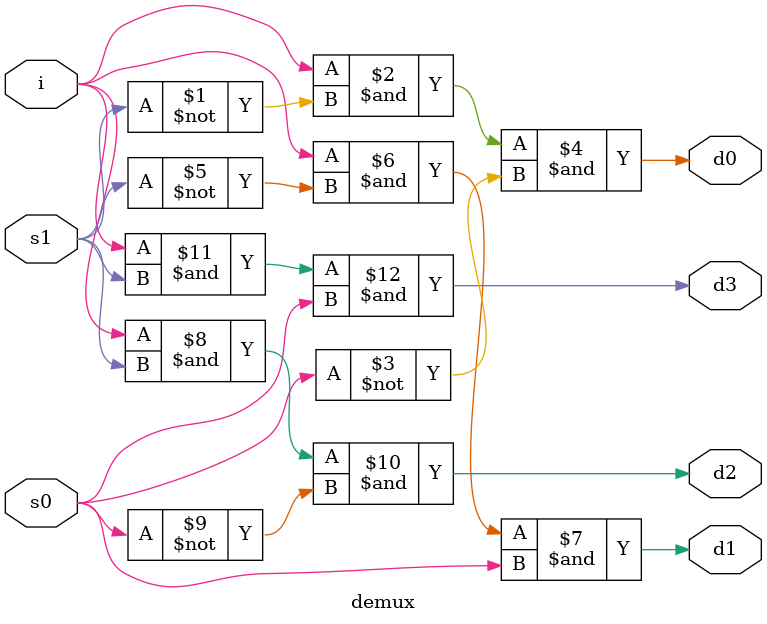
<source format=v>
module demux (d0, d1, d2, d3, s0, s1, i);
  output d0, d1, d2, d3; // Output ports d0, d1, d2, d3 (demultiplexed outputs)
  input s0, s1;          // Input ports s0, s1 (select inputs)
  input i;               // Input i (input to be demultiplexed)

  assign d0 = (i & ~s1 & ~s0);
  assign d1 = (i & ~s1 & s0);
  assign d2 = (i & s1 & ~s0);
  assign d3 = (i & s1 & s0);
endmodule

</source>
